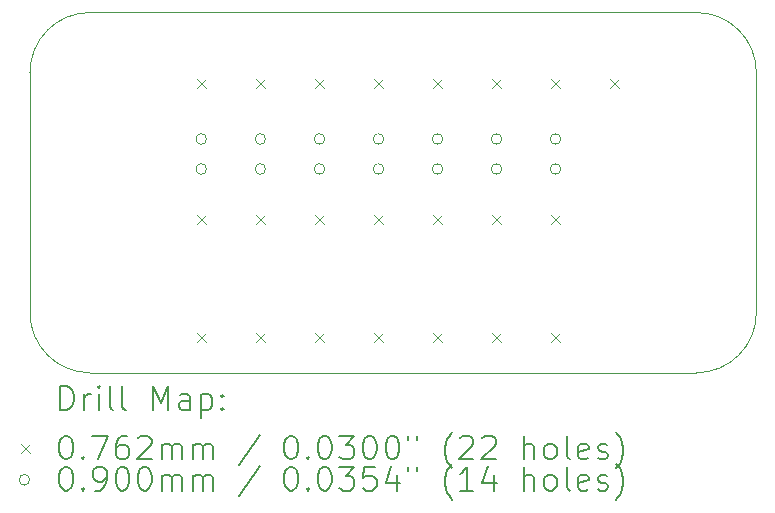
<source format=gbr>
%TF.GenerationSoftware,KiCad,Pcbnew,8.0.1-rc1*%
%TF.CreationDate,2024-04-16T23:24:07-05:00*%
%TF.ProjectId,Emotion LED,456d6f74-696f-46e2-904c-45442e6b6963,rev?*%
%TF.SameCoordinates,Original*%
%TF.FileFunction,Drillmap*%
%TF.FilePolarity,Positive*%
%FSLAX45Y45*%
G04 Gerber Fmt 4.5, Leading zero omitted, Abs format (unit mm)*
G04 Created by KiCad (PCBNEW 8.0.1-rc1) date 2024-04-16 23:24:07*
%MOMM*%
%LPD*%
G01*
G04 APERTURE LIST*
%ADD10C,0.050000*%
%ADD11C,0.200000*%
%ADD12C,0.100000*%
G04 APERTURE END LIST*
D10*
X9192000Y-5800000D02*
X4058000Y-5800000D01*
X9700000Y-3258000D02*
X9700000Y-5292000D01*
X4058000Y-2750000D02*
X9192000Y-2750000D01*
X3550000Y-5292000D02*
X3550000Y-3258000D01*
X9700000Y-5292000D02*
G75*
G02*
X9192000Y-5800000I-508000J0D01*
G01*
X9192000Y-2750000D02*
G75*
G02*
X9700000Y-3258000I0J-508000D01*
G01*
X4058000Y-5800000D02*
G75*
G02*
X3550000Y-5292000I0J508000D01*
G01*
X3550000Y-3258000D02*
G75*
G02*
X4058000Y-2750000I508000J0D01*
G01*
D11*
D12*
X4961900Y-3311900D02*
X5038100Y-3388100D01*
X5038100Y-3311900D02*
X4961900Y-3388100D01*
X4961900Y-4461900D02*
X5038100Y-4538100D01*
X5038100Y-4461900D02*
X4961900Y-4538100D01*
X4961900Y-5461900D02*
X5038100Y-5538100D01*
X5038100Y-5461900D02*
X4961900Y-5538100D01*
X5461900Y-3311900D02*
X5538100Y-3388100D01*
X5538100Y-3311900D02*
X5461900Y-3388100D01*
X5461900Y-4461900D02*
X5538100Y-4538100D01*
X5538100Y-4461900D02*
X5461900Y-4538100D01*
X5461900Y-5461900D02*
X5538100Y-5538100D01*
X5538100Y-5461900D02*
X5461900Y-5538100D01*
X5961900Y-3311900D02*
X6038100Y-3388100D01*
X6038100Y-3311900D02*
X5961900Y-3388100D01*
X5961900Y-4461900D02*
X6038100Y-4538100D01*
X6038100Y-4461900D02*
X5961900Y-4538100D01*
X5961900Y-5461900D02*
X6038100Y-5538100D01*
X6038100Y-5461900D02*
X5961900Y-5538100D01*
X6461900Y-3311900D02*
X6538100Y-3388100D01*
X6538100Y-3311900D02*
X6461900Y-3388100D01*
X6461900Y-4461900D02*
X6538100Y-4538100D01*
X6538100Y-4461900D02*
X6461900Y-4538100D01*
X6461900Y-5461900D02*
X6538100Y-5538100D01*
X6538100Y-5461900D02*
X6461900Y-5538100D01*
X6961900Y-3311900D02*
X7038100Y-3388100D01*
X7038100Y-3311900D02*
X6961900Y-3388100D01*
X6961900Y-4461900D02*
X7038100Y-4538100D01*
X7038100Y-4461900D02*
X6961900Y-4538100D01*
X6961900Y-5461900D02*
X7038100Y-5538100D01*
X7038100Y-5461900D02*
X6961900Y-5538100D01*
X7461900Y-3311900D02*
X7538100Y-3388100D01*
X7538100Y-3311900D02*
X7461900Y-3388100D01*
X7461900Y-4461900D02*
X7538100Y-4538100D01*
X7538100Y-4461900D02*
X7461900Y-4538100D01*
X7461900Y-5461900D02*
X7538100Y-5538100D01*
X7538100Y-5461900D02*
X7461900Y-5538100D01*
X7961900Y-3311900D02*
X8038100Y-3388100D01*
X8038100Y-3311900D02*
X7961900Y-3388100D01*
X7961900Y-4461900D02*
X8038100Y-4538100D01*
X8038100Y-4461900D02*
X7961900Y-4538100D01*
X7961900Y-5461900D02*
X8038100Y-5538100D01*
X8038100Y-5461900D02*
X7961900Y-5538100D01*
X8461900Y-3311900D02*
X8538100Y-3388100D01*
X8538100Y-3311900D02*
X8461900Y-3388100D01*
X5045000Y-3821000D02*
G75*
G02*
X4955000Y-3821000I-45000J0D01*
G01*
X4955000Y-3821000D02*
G75*
G02*
X5045000Y-3821000I45000J0D01*
G01*
X5045000Y-4075000D02*
G75*
G02*
X4955000Y-4075000I-45000J0D01*
G01*
X4955000Y-4075000D02*
G75*
G02*
X5045000Y-4075000I45000J0D01*
G01*
X5545000Y-3821000D02*
G75*
G02*
X5455000Y-3821000I-45000J0D01*
G01*
X5455000Y-3821000D02*
G75*
G02*
X5545000Y-3821000I45000J0D01*
G01*
X5545000Y-4075000D02*
G75*
G02*
X5455000Y-4075000I-45000J0D01*
G01*
X5455000Y-4075000D02*
G75*
G02*
X5545000Y-4075000I45000J0D01*
G01*
X6045000Y-3821000D02*
G75*
G02*
X5955000Y-3821000I-45000J0D01*
G01*
X5955000Y-3821000D02*
G75*
G02*
X6045000Y-3821000I45000J0D01*
G01*
X6045000Y-4075000D02*
G75*
G02*
X5955000Y-4075000I-45000J0D01*
G01*
X5955000Y-4075000D02*
G75*
G02*
X6045000Y-4075000I45000J0D01*
G01*
X6545000Y-3821000D02*
G75*
G02*
X6455000Y-3821000I-45000J0D01*
G01*
X6455000Y-3821000D02*
G75*
G02*
X6545000Y-3821000I45000J0D01*
G01*
X6545000Y-4075000D02*
G75*
G02*
X6455000Y-4075000I-45000J0D01*
G01*
X6455000Y-4075000D02*
G75*
G02*
X6545000Y-4075000I45000J0D01*
G01*
X7045000Y-3821000D02*
G75*
G02*
X6955000Y-3821000I-45000J0D01*
G01*
X6955000Y-3821000D02*
G75*
G02*
X7045000Y-3821000I45000J0D01*
G01*
X7045000Y-4075000D02*
G75*
G02*
X6955000Y-4075000I-45000J0D01*
G01*
X6955000Y-4075000D02*
G75*
G02*
X7045000Y-4075000I45000J0D01*
G01*
X7545000Y-3821000D02*
G75*
G02*
X7455000Y-3821000I-45000J0D01*
G01*
X7455000Y-3821000D02*
G75*
G02*
X7545000Y-3821000I45000J0D01*
G01*
X7545000Y-4075000D02*
G75*
G02*
X7455000Y-4075000I-45000J0D01*
G01*
X7455000Y-4075000D02*
G75*
G02*
X7545000Y-4075000I45000J0D01*
G01*
X8045000Y-3821000D02*
G75*
G02*
X7955000Y-3821000I-45000J0D01*
G01*
X7955000Y-3821000D02*
G75*
G02*
X8045000Y-3821000I45000J0D01*
G01*
X8045000Y-4075000D02*
G75*
G02*
X7955000Y-4075000I-45000J0D01*
G01*
X7955000Y-4075000D02*
G75*
G02*
X8045000Y-4075000I45000J0D01*
G01*
D11*
X3808277Y-6113984D02*
X3808277Y-5913984D01*
X3808277Y-5913984D02*
X3855896Y-5913984D01*
X3855896Y-5913984D02*
X3884467Y-5923508D01*
X3884467Y-5923508D02*
X3903515Y-5942555D01*
X3903515Y-5942555D02*
X3913039Y-5961603D01*
X3913039Y-5961603D02*
X3922562Y-5999698D01*
X3922562Y-5999698D02*
X3922562Y-6028269D01*
X3922562Y-6028269D02*
X3913039Y-6066365D01*
X3913039Y-6066365D02*
X3903515Y-6085412D01*
X3903515Y-6085412D02*
X3884467Y-6104460D01*
X3884467Y-6104460D02*
X3855896Y-6113984D01*
X3855896Y-6113984D02*
X3808277Y-6113984D01*
X4008277Y-6113984D02*
X4008277Y-5980650D01*
X4008277Y-6018746D02*
X4017801Y-5999698D01*
X4017801Y-5999698D02*
X4027324Y-5990174D01*
X4027324Y-5990174D02*
X4046372Y-5980650D01*
X4046372Y-5980650D02*
X4065420Y-5980650D01*
X4132086Y-6113984D02*
X4132086Y-5980650D01*
X4132086Y-5913984D02*
X4122562Y-5923508D01*
X4122562Y-5923508D02*
X4132086Y-5933031D01*
X4132086Y-5933031D02*
X4141610Y-5923508D01*
X4141610Y-5923508D02*
X4132086Y-5913984D01*
X4132086Y-5913984D02*
X4132086Y-5933031D01*
X4255896Y-6113984D02*
X4236848Y-6104460D01*
X4236848Y-6104460D02*
X4227324Y-6085412D01*
X4227324Y-6085412D02*
X4227324Y-5913984D01*
X4360658Y-6113984D02*
X4341610Y-6104460D01*
X4341610Y-6104460D02*
X4332086Y-6085412D01*
X4332086Y-6085412D02*
X4332086Y-5913984D01*
X4589229Y-6113984D02*
X4589229Y-5913984D01*
X4589229Y-5913984D02*
X4655896Y-6056841D01*
X4655896Y-6056841D02*
X4722563Y-5913984D01*
X4722563Y-5913984D02*
X4722563Y-6113984D01*
X4903515Y-6113984D02*
X4903515Y-6009222D01*
X4903515Y-6009222D02*
X4893991Y-5990174D01*
X4893991Y-5990174D02*
X4874944Y-5980650D01*
X4874944Y-5980650D02*
X4836848Y-5980650D01*
X4836848Y-5980650D02*
X4817801Y-5990174D01*
X4903515Y-6104460D02*
X4884467Y-6113984D01*
X4884467Y-6113984D02*
X4836848Y-6113984D01*
X4836848Y-6113984D02*
X4817801Y-6104460D01*
X4817801Y-6104460D02*
X4808277Y-6085412D01*
X4808277Y-6085412D02*
X4808277Y-6066365D01*
X4808277Y-6066365D02*
X4817801Y-6047317D01*
X4817801Y-6047317D02*
X4836848Y-6037793D01*
X4836848Y-6037793D02*
X4884467Y-6037793D01*
X4884467Y-6037793D02*
X4903515Y-6028269D01*
X4998753Y-5980650D02*
X4998753Y-6180650D01*
X4998753Y-5990174D02*
X5017801Y-5980650D01*
X5017801Y-5980650D02*
X5055896Y-5980650D01*
X5055896Y-5980650D02*
X5074944Y-5990174D01*
X5074944Y-5990174D02*
X5084467Y-5999698D01*
X5084467Y-5999698D02*
X5093991Y-6018746D01*
X5093991Y-6018746D02*
X5093991Y-6075888D01*
X5093991Y-6075888D02*
X5084467Y-6094936D01*
X5084467Y-6094936D02*
X5074944Y-6104460D01*
X5074944Y-6104460D02*
X5055896Y-6113984D01*
X5055896Y-6113984D02*
X5017801Y-6113984D01*
X5017801Y-6113984D02*
X4998753Y-6104460D01*
X5179705Y-6094936D02*
X5189229Y-6104460D01*
X5189229Y-6104460D02*
X5179705Y-6113984D01*
X5179705Y-6113984D02*
X5170182Y-6104460D01*
X5170182Y-6104460D02*
X5179705Y-6094936D01*
X5179705Y-6094936D02*
X5179705Y-6113984D01*
X5179705Y-5990174D02*
X5189229Y-5999698D01*
X5189229Y-5999698D02*
X5179705Y-6009222D01*
X5179705Y-6009222D02*
X5170182Y-5999698D01*
X5170182Y-5999698D02*
X5179705Y-5990174D01*
X5179705Y-5990174D02*
X5179705Y-6009222D01*
D12*
X3471300Y-6404400D02*
X3547500Y-6480600D01*
X3547500Y-6404400D02*
X3471300Y-6480600D01*
D11*
X3846372Y-6333984D02*
X3865420Y-6333984D01*
X3865420Y-6333984D02*
X3884467Y-6343508D01*
X3884467Y-6343508D02*
X3893991Y-6353031D01*
X3893991Y-6353031D02*
X3903515Y-6372079D01*
X3903515Y-6372079D02*
X3913039Y-6410174D01*
X3913039Y-6410174D02*
X3913039Y-6457793D01*
X3913039Y-6457793D02*
X3903515Y-6495888D01*
X3903515Y-6495888D02*
X3893991Y-6514936D01*
X3893991Y-6514936D02*
X3884467Y-6524460D01*
X3884467Y-6524460D02*
X3865420Y-6533984D01*
X3865420Y-6533984D02*
X3846372Y-6533984D01*
X3846372Y-6533984D02*
X3827324Y-6524460D01*
X3827324Y-6524460D02*
X3817801Y-6514936D01*
X3817801Y-6514936D02*
X3808277Y-6495888D01*
X3808277Y-6495888D02*
X3798753Y-6457793D01*
X3798753Y-6457793D02*
X3798753Y-6410174D01*
X3798753Y-6410174D02*
X3808277Y-6372079D01*
X3808277Y-6372079D02*
X3817801Y-6353031D01*
X3817801Y-6353031D02*
X3827324Y-6343508D01*
X3827324Y-6343508D02*
X3846372Y-6333984D01*
X3998753Y-6514936D02*
X4008277Y-6524460D01*
X4008277Y-6524460D02*
X3998753Y-6533984D01*
X3998753Y-6533984D02*
X3989229Y-6524460D01*
X3989229Y-6524460D02*
X3998753Y-6514936D01*
X3998753Y-6514936D02*
X3998753Y-6533984D01*
X4074943Y-6333984D02*
X4208277Y-6333984D01*
X4208277Y-6333984D02*
X4122562Y-6533984D01*
X4370182Y-6333984D02*
X4332086Y-6333984D01*
X4332086Y-6333984D02*
X4313039Y-6343508D01*
X4313039Y-6343508D02*
X4303515Y-6353031D01*
X4303515Y-6353031D02*
X4284467Y-6381603D01*
X4284467Y-6381603D02*
X4274944Y-6419698D01*
X4274944Y-6419698D02*
X4274944Y-6495888D01*
X4274944Y-6495888D02*
X4284467Y-6514936D01*
X4284467Y-6514936D02*
X4293991Y-6524460D01*
X4293991Y-6524460D02*
X4313039Y-6533984D01*
X4313039Y-6533984D02*
X4351134Y-6533984D01*
X4351134Y-6533984D02*
X4370182Y-6524460D01*
X4370182Y-6524460D02*
X4379705Y-6514936D01*
X4379705Y-6514936D02*
X4389229Y-6495888D01*
X4389229Y-6495888D02*
X4389229Y-6448269D01*
X4389229Y-6448269D02*
X4379705Y-6429222D01*
X4379705Y-6429222D02*
X4370182Y-6419698D01*
X4370182Y-6419698D02*
X4351134Y-6410174D01*
X4351134Y-6410174D02*
X4313039Y-6410174D01*
X4313039Y-6410174D02*
X4293991Y-6419698D01*
X4293991Y-6419698D02*
X4284467Y-6429222D01*
X4284467Y-6429222D02*
X4274944Y-6448269D01*
X4465420Y-6353031D02*
X4474944Y-6343508D01*
X4474944Y-6343508D02*
X4493991Y-6333984D01*
X4493991Y-6333984D02*
X4541610Y-6333984D01*
X4541610Y-6333984D02*
X4560658Y-6343508D01*
X4560658Y-6343508D02*
X4570182Y-6353031D01*
X4570182Y-6353031D02*
X4579705Y-6372079D01*
X4579705Y-6372079D02*
X4579705Y-6391127D01*
X4579705Y-6391127D02*
X4570182Y-6419698D01*
X4570182Y-6419698D02*
X4455896Y-6533984D01*
X4455896Y-6533984D02*
X4579705Y-6533984D01*
X4665420Y-6533984D02*
X4665420Y-6400650D01*
X4665420Y-6419698D02*
X4674944Y-6410174D01*
X4674944Y-6410174D02*
X4693991Y-6400650D01*
X4693991Y-6400650D02*
X4722563Y-6400650D01*
X4722563Y-6400650D02*
X4741610Y-6410174D01*
X4741610Y-6410174D02*
X4751134Y-6429222D01*
X4751134Y-6429222D02*
X4751134Y-6533984D01*
X4751134Y-6429222D02*
X4760658Y-6410174D01*
X4760658Y-6410174D02*
X4779705Y-6400650D01*
X4779705Y-6400650D02*
X4808277Y-6400650D01*
X4808277Y-6400650D02*
X4827325Y-6410174D01*
X4827325Y-6410174D02*
X4836848Y-6429222D01*
X4836848Y-6429222D02*
X4836848Y-6533984D01*
X4932086Y-6533984D02*
X4932086Y-6400650D01*
X4932086Y-6419698D02*
X4941610Y-6410174D01*
X4941610Y-6410174D02*
X4960658Y-6400650D01*
X4960658Y-6400650D02*
X4989229Y-6400650D01*
X4989229Y-6400650D02*
X5008277Y-6410174D01*
X5008277Y-6410174D02*
X5017801Y-6429222D01*
X5017801Y-6429222D02*
X5017801Y-6533984D01*
X5017801Y-6429222D02*
X5027325Y-6410174D01*
X5027325Y-6410174D02*
X5046372Y-6400650D01*
X5046372Y-6400650D02*
X5074944Y-6400650D01*
X5074944Y-6400650D02*
X5093991Y-6410174D01*
X5093991Y-6410174D02*
X5103515Y-6429222D01*
X5103515Y-6429222D02*
X5103515Y-6533984D01*
X5493991Y-6324460D02*
X5322563Y-6581603D01*
X5751134Y-6333984D02*
X5770182Y-6333984D01*
X5770182Y-6333984D02*
X5789229Y-6343508D01*
X5789229Y-6343508D02*
X5798753Y-6353031D01*
X5798753Y-6353031D02*
X5808277Y-6372079D01*
X5808277Y-6372079D02*
X5817801Y-6410174D01*
X5817801Y-6410174D02*
X5817801Y-6457793D01*
X5817801Y-6457793D02*
X5808277Y-6495888D01*
X5808277Y-6495888D02*
X5798753Y-6514936D01*
X5798753Y-6514936D02*
X5789229Y-6524460D01*
X5789229Y-6524460D02*
X5770182Y-6533984D01*
X5770182Y-6533984D02*
X5751134Y-6533984D01*
X5751134Y-6533984D02*
X5732086Y-6524460D01*
X5732086Y-6524460D02*
X5722563Y-6514936D01*
X5722563Y-6514936D02*
X5713039Y-6495888D01*
X5713039Y-6495888D02*
X5703515Y-6457793D01*
X5703515Y-6457793D02*
X5703515Y-6410174D01*
X5703515Y-6410174D02*
X5713039Y-6372079D01*
X5713039Y-6372079D02*
X5722563Y-6353031D01*
X5722563Y-6353031D02*
X5732086Y-6343508D01*
X5732086Y-6343508D02*
X5751134Y-6333984D01*
X5903515Y-6514936D02*
X5913039Y-6524460D01*
X5913039Y-6524460D02*
X5903515Y-6533984D01*
X5903515Y-6533984D02*
X5893991Y-6524460D01*
X5893991Y-6524460D02*
X5903515Y-6514936D01*
X5903515Y-6514936D02*
X5903515Y-6533984D01*
X6036848Y-6333984D02*
X6055896Y-6333984D01*
X6055896Y-6333984D02*
X6074944Y-6343508D01*
X6074944Y-6343508D02*
X6084467Y-6353031D01*
X6084467Y-6353031D02*
X6093991Y-6372079D01*
X6093991Y-6372079D02*
X6103515Y-6410174D01*
X6103515Y-6410174D02*
X6103515Y-6457793D01*
X6103515Y-6457793D02*
X6093991Y-6495888D01*
X6093991Y-6495888D02*
X6084467Y-6514936D01*
X6084467Y-6514936D02*
X6074944Y-6524460D01*
X6074944Y-6524460D02*
X6055896Y-6533984D01*
X6055896Y-6533984D02*
X6036848Y-6533984D01*
X6036848Y-6533984D02*
X6017801Y-6524460D01*
X6017801Y-6524460D02*
X6008277Y-6514936D01*
X6008277Y-6514936D02*
X5998753Y-6495888D01*
X5998753Y-6495888D02*
X5989229Y-6457793D01*
X5989229Y-6457793D02*
X5989229Y-6410174D01*
X5989229Y-6410174D02*
X5998753Y-6372079D01*
X5998753Y-6372079D02*
X6008277Y-6353031D01*
X6008277Y-6353031D02*
X6017801Y-6343508D01*
X6017801Y-6343508D02*
X6036848Y-6333984D01*
X6170182Y-6333984D02*
X6293991Y-6333984D01*
X6293991Y-6333984D02*
X6227325Y-6410174D01*
X6227325Y-6410174D02*
X6255896Y-6410174D01*
X6255896Y-6410174D02*
X6274944Y-6419698D01*
X6274944Y-6419698D02*
X6284467Y-6429222D01*
X6284467Y-6429222D02*
X6293991Y-6448269D01*
X6293991Y-6448269D02*
X6293991Y-6495888D01*
X6293991Y-6495888D02*
X6284467Y-6514936D01*
X6284467Y-6514936D02*
X6274944Y-6524460D01*
X6274944Y-6524460D02*
X6255896Y-6533984D01*
X6255896Y-6533984D02*
X6198753Y-6533984D01*
X6198753Y-6533984D02*
X6179706Y-6524460D01*
X6179706Y-6524460D02*
X6170182Y-6514936D01*
X6417801Y-6333984D02*
X6436848Y-6333984D01*
X6436848Y-6333984D02*
X6455896Y-6343508D01*
X6455896Y-6343508D02*
X6465420Y-6353031D01*
X6465420Y-6353031D02*
X6474944Y-6372079D01*
X6474944Y-6372079D02*
X6484467Y-6410174D01*
X6484467Y-6410174D02*
X6484467Y-6457793D01*
X6484467Y-6457793D02*
X6474944Y-6495888D01*
X6474944Y-6495888D02*
X6465420Y-6514936D01*
X6465420Y-6514936D02*
X6455896Y-6524460D01*
X6455896Y-6524460D02*
X6436848Y-6533984D01*
X6436848Y-6533984D02*
X6417801Y-6533984D01*
X6417801Y-6533984D02*
X6398753Y-6524460D01*
X6398753Y-6524460D02*
X6389229Y-6514936D01*
X6389229Y-6514936D02*
X6379706Y-6495888D01*
X6379706Y-6495888D02*
X6370182Y-6457793D01*
X6370182Y-6457793D02*
X6370182Y-6410174D01*
X6370182Y-6410174D02*
X6379706Y-6372079D01*
X6379706Y-6372079D02*
X6389229Y-6353031D01*
X6389229Y-6353031D02*
X6398753Y-6343508D01*
X6398753Y-6343508D02*
X6417801Y-6333984D01*
X6608277Y-6333984D02*
X6627325Y-6333984D01*
X6627325Y-6333984D02*
X6646372Y-6343508D01*
X6646372Y-6343508D02*
X6655896Y-6353031D01*
X6655896Y-6353031D02*
X6665420Y-6372079D01*
X6665420Y-6372079D02*
X6674944Y-6410174D01*
X6674944Y-6410174D02*
X6674944Y-6457793D01*
X6674944Y-6457793D02*
X6665420Y-6495888D01*
X6665420Y-6495888D02*
X6655896Y-6514936D01*
X6655896Y-6514936D02*
X6646372Y-6524460D01*
X6646372Y-6524460D02*
X6627325Y-6533984D01*
X6627325Y-6533984D02*
X6608277Y-6533984D01*
X6608277Y-6533984D02*
X6589229Y-6524460D01*
X6589229Y-6524460D02*
X6579706Y-6514936D01*
X6579706Y-6514936D02*
X6570182Y-6495888D01*
X6570182Y-6495888D02*
X6560658Y-6457793D01*
X6560658Y-6457793D02*
X6560658Y-6410174D01*
X6560658Y-6410174D02*
X6570182Y-6372079D01*
X6570182Y-6372079D02*
X6579706Y-6353031D01*
X6579706Y-6353031D02*
X6589229Y-6343508D01*
X6589229Y-6343508D02*
X6608277Y-6333984D01*
X6751134Y-6333984D02*
X6751134Y-6372079D01*
X6827325Y-6333984D02*
X6827325Y-6372079D01*
X7122563Y-6610174D02*
X7113039Y-6600650D01*
X7113039Y-6600650D02*
X7093991Y-6572079D01*
X7093991Y-6572079D02*
X7084468Y-6553031D01*
X7084468Y-6553031D02*
X7074944Y-6524460D01*
X7074944Y-6524460D02*
X7065420Y-6476841D01*
X7065420Y-6476841D02*
X7065420Y-6438746D01*
X7065420Y-6438746D02*
X7074944Y-6391127D01*
X7074944Y-6391127D02*
X7084468Y-6362555D01*
X7084468Y-6362555D02*
X7093991Y-6343508D01*
X7093991Y-6343508D02*
X7113039Y-6314936D01*
X7113039Y-6314936D02*
X7122563Y-6305412D01*
X7189229Y-6353031D02*
X7198753Y-6343508D01*
X7198753Y-6343508D02*
X7217801Y-6333984D01*
X7217801Y-6333984D02*
X7265420Y-6333984D01*
X7265420Y-6333984D02*
X7284468Y-6343508D01*
X7284468Y-6343508D02*
X7293991Y-6353031D01*
X7293991Y-6353031D02*
X7303515Y-6372079D01*
X7303515Y-6372079D02*
X7303515Y-6391127D01*
X7303515Y-6391127D02*
X7293991Y-6419698D01*
X7293991Y-6419698D02*
X7179706Y-6533984D01*
X7179706Y-6533984D02*
X7303515Y-6533984D01*
X7379706Y-6353031D02*
X7389229Y-6343508D01*
X7389229Y-6343508D02*
X7408277Y-6333984D01*
X7408277Y-6333984D02*
X7455896Y-6333984D01*
X7455896Y-6333984D02*
X7474944Y-6343508D01*
X7474944Y-6343508D02*
X7484468Y-6353031D01*
X7484468Y-6353031D02*
X7493991Y-6372079D01*
X7493991Y-6372079D02*
X7493991Y-6391127D01*
X7493991Y-6391127D02*
X7484468Y-6419698D01*
X7484468Y-6419698D02*
X7370182Y-6533984D01*
X7370182Y-6533984D02*
X7493991Y-6533984D01*
X7732087Y-6533984D02*
X7732087Y-6333984D01*
X7817801Y-6533984D02*
X7817801Y-6429222D01*
X7817801Y-6429222D02*
X7808277Y-6410174D01*
X7808277Y-6410174D02*
X7789230Y-6400650D01*
X7789230Y-6400650D02*
X7760658Y-6400650D01*
X7760658Y-6400650D02*
X7741610Y-6410174D01*
X7741610Y-6410174D02*
X7732087Y-6419698D01*
X7941610Y-6533984D02*
X7922563Y-6524460D01*
X7922563Y-6524460D02*
X7913039Y-6514936D01*
X7913039Y-6514936D02*
X7903515Y-6495888D01*
X7903515Y-6495888D02*
X7903515Y-6438746D01*
X7903515Y-6438746D02*
X7913039Y-6419698D01*
X7913039Y-6419698D02*
X7922563Y-6410174D01*
X7922563Y-6410174D02*
X7941610Y-6400650D01*
X7941610Y-6400650D02*
X7970182Y-6400650D01*
X7970182Y-6400650D02*
X7989230Y-6410174D01*
X7989230Y-6410174D02*
X7998753Y-6419698D01*
X7998753Y-6419698D02*
X8008277Y-6438746D01*
X8008277Y-6438746D02*
X8008277Y-6495888D01*
X8008277Y-6495888D02*
X7998753Y-6514936D01*
X7998753Y-6514936D02*
X7989230Y-6524460D01*
X7989230Y-6524460D02*
X7970182Y-6533984D01*
X7970182Y-6533984D02*
X7941610Y-6533984D01*
X8122563Y-6533984D02*
X8103515Y-6524460D01*
X8103515Y-6524460D02*
X8093991Y-6505412D01*
X8093991Y-6505412D02*
X8093991Y-6333984D01*
X8274944Y-6524460D02*
X8255896Y-6533984D01*
X8255896Y-6533984D02*
X8217801Y-6533984D01*
X8217801Y-6533984D02*
X8198753Y-6524460D01*
X8198753Y-6524460D02*
X8189230Y-6505412D01*
X8189230Y-6505412D02*
X8189230Y-6429222D01*
X8189230Y-6429222D02*
X8198753Y-6410174D01*
X8198753Y-6410174D02*
X8217801Y-6400650D01*
X8217801Y-6400650D02*
X8255896Y-6400650D01*
X8255896Y-6400650D02*
X8274944Y-6410174D01*
X8274944Y-6410174D02*
X8284468Y-6429222D01*
X8284468Y-6429222D02*
X8284468Y-6448269D01*
X8284468Y-6448269D02*
X8189230Y-6467317D01*
X8360658Y-6524460D02*
X8379706Y-6533984D01*
X8379706Y-6533984D02*
X8417801Y-6533984D01*
X8417801Y-6533984D02*
X8436849Y-6524460D01*
X8436849Y-6524460D02*
X8446373Y-6505412D01*
X8446373Y-6505412D02*
X8446373Y-6495888D01*
X8446373Y-6495888D02*
X8436849Y-6476841D01*
X8436849Y-6476841D02*
X8417801Y-6467317D01*
X8417801Y-6467317D02*
X8389230Y-6467317D01*
X8389230Y-6467317D02*
X8370182Y-6457793D01*
X8370182Y-6457793D02*
X8360658Y-6438746D01*
X8360658Y-6438746D02*
X8360658Y-6429222D01*
X8360658Y-6429222D02*
X8370182Y-6410174D01*
X8370182Y-6410174D02*
X8389230Y-6400650D01*
X8389230Y-6400650D02*
X8417801Y-6400650D01*
X8417801Y-6400650D02*
X8436849Y-6410174D01*
X8513039Y-6610174D02*
X8522563Y-6600650D01*
X8522563Y-6600650D02*
X8541611Y-6572079D01*
X8541611Y-6572079D02*
X8551134Y-6553031D01*
X8551134Y-6553031D02*
X8560658Y-6524460D01*
X8560658Y-6524460D02*
X8570182Y-6476841D01*
X8570182Y-6476841D02*
X8570182Y-6438746D01*
X8570182Y-6438746D02*
X8560658Y-6391127D01*
X8560658Y-6391127D02*
X8551134Y-6362555D01*
X8551134Y-6362555D02*
X8541611Y-6343508D01*
X8541611Y-6343508D02*
X8522563Y-6314936D01*
X8522563Y-6314936D02*
X8513039Y-6305412D01*
D12*
X3547500Y-6706500D02*
G75*
G02*
X3457500Y-6706500I-45000J0D01*
G01*
X3457500Y-6706500D02*
G75*
G02*
X3547500Y-6706500I45000J0D01*
G01*
D11*
X3846372Y-6597984D02*
X3865420Y-6597984D01*
X3865420Y-6597984D02*
X3884467Y-6607508D01*
X3884467Y-6607508D02*
X3893991Y-6617031D01*
X3893991Y-6617031D02*
X3903515Y-6636079D01*
X3903515Y-6636079D02*
X3913039Y-6674174D01*
X3913039Y-6674174D02*
X3913039Y-6721793D01*
X3913039Y-6721793D02*
X3903515Y-6759888D01*
X3903515Y-6759888D02*
X3893991Y-6778936D01*
X3893991Y-6778936D02*
X3884467Y-6788460D01*
X3884467Y-6788460D02*
X3865420Y-6797984D01*
X3865420Y-6797984D02*
X3846372Y-6797984D01*
X3846372Y-6797984D02*
X3827324Y-6788460D01*
X3827324Y-6788460D02*
X3817801Y-6778936D01*
X3817801Y-6778936D02*
X3808277Y-6759888D01*
X3808277Y-6759888D02*
X3798753Y-6721793D01*
X3798753Y-6721793D02*
X3798753Y-6674174D01*
X3798753Y-6674174D02*
X3808277Y-6636079D01*
X3808277Y-6636079D02*
X3817801Y-6617031D01*
X3817801Y-6617031D02*
X3827324Y-6607508D01*
X3827324Y-6607508D02*
X3846372Y-6597984D01*
X3998753Y-6778936D02*
X4008277Y-6788460D01*
X4008277Y-6788460D02*
X3998753Y-6797984D01*
X3998753Y-6797984D02*
X3989229Y-6788460D01*
X3989229Y-6788460D02*
X3998753Y-6778936D01*
X3998753Y-6778936D02*
X3998753Y-6797984D01*
X4103515Y-6797984D02*
X4141610Y-6797984D01*
X4141610Y-6797984D02*
X4160658Y-6788460D01*
X4160658Y-6788460D02*
X4170182Y-6778936D01*
X4170182Y-6778936D02*
X4189229Y-6750365D01*
X4189229Y-6750365D02*
X4198753Y-6712269D01*
X4198753Y-6712269D02*
X4198753Y-6636079D01*
X4198753Y-6636079D02*
X4189229Y-6617031D01*
X4189229Y-6617031D02*
X4179705Y-6607508D01*
X4179705Y-6607508D02*
X4160658Y-6597984D01*
X4160658Y-6597984D02*
X4122562Y-6597984D01*
X4122562Y-6597984D02*
X4103515Y-6607508D01*
X4103515Y-6607508D02*
X4093991Y-6617031D01*
X4093991Y-6617031D02*
X4084467Y-6636079D01*
X4084467Y-6636079D02*
X4084467Y-6683698D01*
X4084467Y-6683698D02*
X4093991Y-6702746D01*
X4093991Y-6702746D02*
X4103515Y-6712269D01*
X4103515Y-6712269D02*
X4122562Y-6721793D01*
X4122562Y-6721793D02*
X4160658Y-6721793D01*
X4160658Y-6721793D02*
X4179705Y-6712269D01*
X4179705Y-6712269D02*
X4189229Y-6702746D01*
X4189229Y-6702746D02*
X4198753Y-6683698D01*
X4322563Y-6597984D02*
X4341610Y-6597984D01*
X4341610Y-6597984D02*
X4360658Y-6607508D01*
X4360658Y-6607508D02*
X4370182Y-6617031D01*
X4370182Y-6617031D02*
X4379705Y-6636079D01*
X4379705Y-6636079D02*
X4389229Y-6674174D01*
X4389229Y-6674174D02*
X4389229Y-6721793D01*
X4389229Y-6721793D02*
X4379705Y-6759888D01*
X4379705Y-6759888D02*
X4370182Y-6778936D01*
X4370182Y-6778936D02*
X4360658Y-6788460D01*
X4360658Y-6788460D02*
X4341610Y-6797984D01*
X4341610Y-6797984D02*
X4322563Y-6797984D01*
X4322563Y-6797984D02*
X4303515Y-6788460D01*
X4303515Y-6788460D02*
X4293991Y-6778936D01*
X4293991Y-6778936D02*
X4284467Y-6759888D01*
X4284467Y-6759888D02*
X4274944Y-6721793D01*
X4274944Y-6721793D02*
X4274944Y-6674174D01*
X4274944Y-6674174D02*
X4284467Y-6636079D01*
X4284467Y-6636079D02*
X4293991Y-6617031D01*
X4293991Y-6617031D02*
X4303515Y-6607508D01*
X4303515Y-6607508D02*
X4322563Y-6597984D01*
X4513039Y-6597984D02*
X4532086Y-6597984D01*
X4532086Y-6597984D02*
X4551134Y-6607508D01*
X4551134Y-6607508D02*
X4560658Y-6617031D01*
X4560658Y-6617031D02*
X4570182Y-6636079D01*
X4570182Y-6636079D02*
X4579705Y-6674174D01*
X4579705Y-6674174D02*
X4579705Y-6721793D01*
X4579705Y-6721793D02*
X4570182Y-6759888D01*
X4570182Y-6759888D02*
X4560658Y-6778936D01*
X4560658Y-6778936D02*
X4551134Y-6788460D01*
X4551134Y-6788460D02*
X4532086Y-6797984D01*
X4532086Y-6797984D02*
X4513039Y-6797984D01*
X4513039Y-6797984D02*
X4493991Y-6788460D01*
X4493991Y-6788460D02*
X4484467Y-6778936D01*
X4484467Y-6778936D02*
X4474944Y-6759888D01*
X4474944Y-6759888D02*
X4465420Y-6721793D01*
X4465420Y-6721793D02*
X4465420Y-6674174D01*
X4465420Y-6674174D02*
X4474944Y-6636079D01*
X4474944Y-6636079D02*
X4484467Y-6617031D01*
X4484467Y-6617031D02*
X4493991Y-6607508D01*
X4493991Y-6607508D02*
X4513039Y-6597984D01*
X4665420Y-6797984D02*
X4665420Y-6664650D01*
X4665420Y-6683698D02*
X4674944Y-6674174D01*
X4674944Y-6674174D02*
X4693991Y-6664650D01*
X4693991Y-6664650D02*
X4722563Y-6664650D01*
X4722563Y-6664650D02*
X4741610Y-6674174D01*
X4741610Y-6674174D02*
X4751134Y-6693222D01*
X4751134Y-6693222D02*
X4751134Y-6797984D01*
X4751134Y-6693222D02*
X4760658Y-6674174D01*
X4760658Y-6674174D02*
X4779705Y-6664650D01*
X4779705Y-6664650D02*
X4808277Y-6664650D01*
X4808277Y-6664650D02*
X4827325Y-6674174D01*
X4827325Y-6674174D02*
X4836848Y-6693222D01*
X4836848Y-6693222D02*
X4836848Y-6797984D01*
X4932086Y-6797984D02*
X4932086Y-6664650D01*
X4932086Y-6683698D02*
X4941610Y-6674174D01*
X4941610Y-6674174D02*
X4960658Y-6664650D01*
X4960658Y-6664650D02*
X4989229Y-6664650D01*
X4989229Y-6664650D02*
X5008277Y-6674174D01*
X5008277Y-6674174D02*
X5017801Y-6693222D01*
X5017801Y-6693222D02*
X5017801Y-6797984D01*
X5017801Y-6693222D02*
X5027325Y-6674174D01*
X5027325Y-6674174D02*
X5046372Y-6664650D01*
X5046372Y-6664650D02*
X5074944Y-6664650D01*
X5074944Y-6664650D02*
X5093991Y-6674174D01*
X5093991Y-6674174D02*
X5103515Y-6693222D01*
X5103515Y-6693222D02*
X5103515Y-6797984D01*
X5493991Y-6588460D02*
X5322563Y-6845603D01*
X5751134Y-6597984D02*
X5770182Y-6597984D01*
X5770182Y-6597984D02*
X5789229Y-6607508D01*
X5789229Y-6607508D02*
X5798753Y-6617031D01*
X5798753Y-6617031D02*
X5808277Y-6636079D01*
X5808277Y-6636079D02*
X5817801Y-6674174D01*
X5817801Y-6674174D02*
X5817801Y-6721793D01*
X5817801Y-6721793D02*
X5808277Y-6759888D01*
X5808277Y-6759888D02*
X5798753Y-6778936D01*
X5798753Y-6778936D02*
X5789229Y-6788460D01*
X5789229Y-6788460D02*
X5770182Y-6797984D01*
X5770182Y-6797984D02*
X5751134Y-6797984D01*
X5751134Y-6797984D02*
X5732086Y-6788460D01*
X5732086Y-6788460D02*
X5722563Y-6778936D01*
X5722563Y-6778936D02*
X5713039Y-6759888D01*
X5713039Y-6759888D02*
X5703515Y-6721793D01*
X5703515Y-6721793D02*
X5703515Y-6674174D01*
X5703515Y-6674174D02*
X5713039Y-6636079D01*
X5713039Y-6636079D02*
X5722563Y-6617031D01*
X5722563Y-6617031D02*
X5732086Y-6607508D01*
X5732086Y-6607508D02*
X5751134Y-6597984D01*
X5903515Y-6778936D02*
X5913039Y-6788460D01*
X5913039Y-6788460D02*
X5903515Y-6797984D01*
X5903515Y-6797984D02*
X5893991Y-6788460D01*
X5893991Y-6788460D02*
X5903515Y-6778936D01*
X5903515Y-6778936D02*
X5903515Y-6797984D01*
X6036848Y-6597984D02*
X6055896Y-6597984D01*
X6055896Y-6597984D02*
X6074944Y-6607508D01*
X6074944Y-6607508D02*
X6084467Y-6617031D01*
X6084467Y-6617031D02*
X6093991Y-6636079D01*
X6093991Y-6636079D02*
X6103515Y-6674174D01*
X6103515Y-6674174D02*
X6103515Y-6721793D01*
X6103515Y-6721793D02*
X6093991Y-6759888D01*
X6093991Y-6759888D02*
X6084467Y-6778936D01*
X6084467Y-6778936D02*
X6074944Y-6788460D01*
X6074944Y-6788460D02*
X6055896Y-6797984D01*
X6055896Y-6797984D02*
X6036848Y-6797984D01*
X6036848Y-6797984D02*
X6017801Y-6788460D01*
X6017801Y-6788460D02*
X6008277Y-6778936D01*
X6008277Y-6778936D02*
X5998753Y-6759888D01*
X5998753Y-6759888D02*
X5989229Y-6721793D01*
X5989229Y-6721793D02*
X5989229Y-6674174D01*
X5989229Y-6674174D02*
X5998753Y-6636079D01*
X5998753Y-6636079D02*
X6008277Y-6617031D01*
X6008277Y-6617031D02*
X6017801Y-6607508D01*
X6017801Y-6607508D02*
X6036848Y-6597984D01*
X6170182Y-6597984D02*
X6293991Y-6597984D01*
X6293991Y-6597984D02*
X6227325Y-6674174D01*
X6227325Y-6674174D02*
X6255896Y-6674174D01*
X6255896Y-6674174D02*
X6274944Y-6683698D01*
X6274944Y-6683698D02*
X6284467Y-6693222D01*
X6284467Y-6693222D02*
X6293991Y-6712269D01*
X6293991Y-6712269D02*
X6293991Y-6759888D01*
X6293991Y-6759888D02*
X6284467Y-6778936D01*
X6284467Y-6778936D02*
X6274944Y-6788460D01*
X6274944Y-6788460D02*
X6255896Y-6797984D01*
X6255896Y-6797984D02*
X6198753Y-6797984D01*
X6198753Y-6797984D02*
X6179706Y-6788460D01*
X6179706Y-6788460D02*
X6170182Y-6778936D01*
X6474944Y-6597984D02*
X6379706Y-6597984D01*
X6379706Y-6597984D02*
X6370182Y-6693222D01*
X6370182Y-6693222D02*
X6379706Y-6683698D01*
X6379706Y-6683698D02*
X6398753Y-6674174D01*
X6398753Y-6674174D02*
X6446372Y-6674174D01*
X6446372Y-6674174D02*
X6465420Y-6683698D01*
X6465420Y-6683698D02*
X6474944Y-6693222D01*
X6474944Y-6693222D02*
X6484467Y-6712269D01*
X6484467Y-6712269D02*
X6484467Y-6759888D01*
X6484467Y-6759888D02*
X6474944Y-6778936D01*
X6474944Y-6778936D02*
X6465420Y-6788460D01*
X6465420Y-6788460D02*
X6446372Y-6797984D01*
X6446372Y-6797984D02*
X6398753Y-6797984D01*
X6398753Y-6797984D02*
X6379706Y-6788460D01*
X6379706Y-6788460D02*
X6370182Y-6778936D01*
X6655896Y-6664650D02*
X6655896Y-6797984D01*
X6608277Y-6588460D02*
X6560658Y-6731317D01*
X6560658Y-6731317D02*
X6684467Y-6731317D01*
X6751134Y-6597984D02*
X6751134Y-6636079D01*
X6827325Y-6597984D02*
X6827325Y-6636079D01*
X7122563Y-6874174D02*
X7113039Y-6864650D01*
X7113039Y-6864650D02*
X7093991Y-6836079D01*
X7093991Y-6836079D02*
X7084468Y-6817031D01*
X7084468Y-6817031D02*
X7074944Y-6788460D01*
X7074944Y-6788460D02*
X7065420Y-6740841D01*
X7065420Y-6740841D02*
X7065420Y-6702746D01*
X7065420Y-6702746D02*
X7074944Y-6655127D01*
X7074944Y-6655127D02*
X7084468Y-6626555D01*
X7084468Y-6626555D02*
X7093991Y-6607508D01*
X7093991Y-6607508D02*
X7113039Y-6578936D01*
X7113039Y-6578936D02*
X7122563Y-6569412D01*
X7303515Y-6797984D02*
X7189229Y-6797984D01*
X7246372Y-6797984D02*
X7246372Y-6597984D01*
X7246372Y-6597984D02*
X7227325Y-6626555D01*
X7227325Y-6626555D02*
X7208277Y-6645603D01*
X7208277Y-6645603D02*
X7189229Y-6655127D01*
X7474944Y-6664650D02*
X7474944Y-6797984D01*
X7427325Y-6588460D02*
X7379706Y-6731317D01*
X7379706Y-6731317D02*
X7503515Y-6731317D01*
X7732087Y-6797984D02*
X7732087Y-6597984D01*
X7817801Y-6797984D02*
X7817801Y-6693222D01*
X7817801Y-6693222D02*
X7808277Y-6674174D01*
X7808277Y-6674174D02*
X7789230Y-6664650D01*
X7789230Y-6664650D02*
X7760658Y-6664650D01*
X7760658Y-6664650D02*
X7741610Y-6674174D01*
X7741610Y-6674174D02*
X7732087Y-6683698D01*
X7941610Y-6797984D02*
X7922563Y-6788460D01*
X7922563Y-6788460D02*
X7913039Y-6778936D01*
X7913039Y-6778936D02*
X7903515Y-6759888D01*
X7903515Y-6759888D02*
X7903515Y-6702746D01*
X7903515Y-6702746D02*
X7913039Y-6683698D01*
X7913039Y-6683698D02*
X7922563Y-6674174D01*
X7922563Y-6674174D02*
X7941610Y-6664650D01*
X7941610Y-6664650D02*
X7970182Y-6664650D01*
X7970182Y-6664650D02*
X7989230Y-6674174D01*
X7989230Y-6674174D02*
X7998753Y-6683698D01*
X7998753Y-6683698D02*
X8008277Y-6702746D01*
X8008277Y-6702746D02*
X8008277Y-6759888D01*
X8008277Y-6759888D02*
X7998753Y-6778936D01*
X7998753Y-6778936D02*
X7989230Y-6788460D01*
X7989230Y-6788460D02*
X7970182Y-6797984D01*
X7970182Y-6797984D02*
X7941610Y-6797984D01*
X8122563Y-6797984D02*
X8103515Y-6788460D01*
X8103515Y-6788460D02*
X8093991Y-6769412D01*
X8093991Y-6769412D02*
X8093991Y-6597984D01*
X8274944Y-6788460D02*
X8255896Y-6797984D01*
X8255896Y-6797984D02*
X8217801Y-6797984D01*
X8217801Y-6797984D02*
X8198753Y-6788460D01*
X8198753Y-6788460D02*
X8189230Y-6769412D01*
X8189230Y-6769412D02*
X8189230Y-6693222D01*
X8189230Y-6693222D02*
X8198753Y-6674174D01*
X8198753Y-6674174D02*
X8217801Y-6664650D01*
X8217801Y-6664650D02*
X8255896Y-6664650D01*
X8255896Y-6664650D02*
X8274944Y-6674174D01*
X8274944Y-6674174D02*
X8284468Y-6693222D01*
X8284468Y-6693222D02*
X8284468Y-6712269D01*
X8284468Y-6712269D02*
X8189230Y-6731317D01*
X8360658Y-6788460D02*
X8379706Y-6797984D01*
X8379706Y-6797984D02*
X8417801Y-6797984D01*
X8417801Y-6797984D02*
X8436849Y-6788460D01*
X8436849Y-6788460D02*
X8446373Y-6769412D01*
X8446373Y-6769412D02*
X8446373Y-6759888D01*
X8446373Y-6759888D02*
X8436849Y-6740841D01*
X8436849Y-6740841D02*
X8417801Y-6731317D01*
X8417801Y-6731317D02*
X8389230Y-6731317D01*
X8389230Y-6731317D02*
X8370182Y-6721793D01*
X8370182Y-6721793D02*
X8360658Y-6702746D01*
X8360658Y-6702746D02*
X8360658Y-6693222D01*
X8360658Y-6693222D02*
X8370182Y-6674174D01*
X8370182Y-6674174D02*
X8389230Y-6664650D01*
X8389230Y-6664650D02*
X8417801Y-6664650D01*
X8417801Y-6664650D02*
X8436849Y-6674174D01*
X8513039Y-6874174D02*
X8522563Y-6864650D01*
X8522563Y-6864650D02*
X8541611Y-6836079D01*
X8541611Y-6836079D02*
X8551134Y-6817031D01*
X8551134Y-6817031D02*
X8560658Y-6788460D01*
X8560658Y-6788460D02*
X8570182Y-6740841D01*
X8570182Y-6740841D02*
X8570182Y-6702746D01*
X8570182Y-6702746D02*
X8560658Y-6655127D01*
X8560658Y-6655127D02*
X8551134Y-6626555D01*
X8551134Y-6626555D02*
X8541611Y-6607508D01*
X8541611Y-6607508D02*
X8522563Y-6578936D01*
X8522563Y-6578936D02*
X8513039Y-6569412D01*
M02*

</source>
